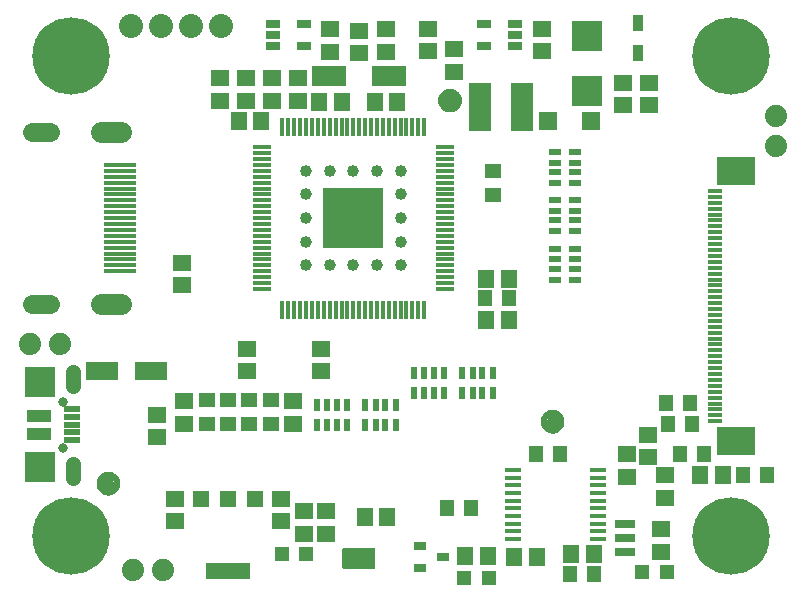
<source format=gbr>
G04 EAGLE Gerber RS-274X export*
G75*
%MOMM*%
%FSLAX34Y34*%
%LPD*%
%INSoldermask Top*%
%IPPOS*%
%AMOC8*
5,1,8,0,0,1.08239X$1,22.5*%
G01*
%ADD10C,1.751600*%
%ADD11C,1.601600*%
%ADD12R,2.701600X0.351600*%
%ADD13R,0.371600X1.601600*%
%ADD14R,1.601600X0.371600*%
%ADD15R,5.200000X5.200000*%
%ADD16C,1.009600*%
%ADD17R,1.601600X1.401600*%
%ADD18R,1.401600X1.301600*%
%ADD19R,1.301600X1.401600*%
%ADD20R,1.401600X1.601600*%
%ADD21C,6.553200*%
%ADD22C,1.101600*%
%ADD23C,0.500000*%
%ADD24C,1.879600*%
%ADD25R,1.301600X0.651600*%
%ADD26R,1.401600X1.401600*%
%ADD27R,3.701600X1.401600*%
%ADD28C,0.801600*%
%ADD29R,2.601600X2.601600*%
%ADD30C,1.309600*%
%ADD31R,2.101600X1.101600*%
%ADD32R,1.450000X0.500000*%
%ADD33C,2.032000*%
%ADD34R,1.371600X0.406400*%
%ADD35R,1.801600X0.801600*%
%ADD36R,1.150000X0.300000*%
%ADD37R,3.201600X2.401600*%
%ADD38R,1.001600X0.551600*%
%ADD39R,0.551600X1.001600*%
%ADD40R,1.301600X1.301600*%
%ADD41R,1.901600X4.101600*%
%ADD42R,1.501600X1.501600*%
%ADD43R,2.641600X2.641600*%
%ADD44R,2.921000X1.651000*%
%ADD45R,1.117600X0.736600*%
%ADD46R,1.270000X1.701800*%
%ADD47R,0.736600X0.304800*%
%ADD48R,0.901600X1.451600*%
%ADD49R,2.701600X1.501600*%

G36*
X307458Y22876D02*
X307458Y22876D01*
X307577Y22883D01*
X307615Y22896D01*
X307656Y22901D01*
X307766Y22944D01*
X307879Y22981D01*
X307914Y23003D01*
X307951Y23018D01*
X308047Y23088D01*
X308148Y23151D01*
X308176Y23181D01*
X308209Y23204D01*
X308285Y23296D01*
X308366Y23383D01*
X308386Y23418D01*
X308411Y23449D01*
X308462Y23557D01*
X308520Y23661D01*
X308530Y23701D01*
X308547Y23737D01*
X308569Y23854D01*
X308599Y23969D01*
X308603Y24030D01*
X308607Y24050D01*
X308605Y24070D01*
X308609Y24130D01*
X308609Y39370D01*
X308594Y39488D01*
X308587Y39607D01*
X308574Y39645D01*
X308569Y39686D01*
X308526Y39796D01*
X308489Y39909D01*
X308467Y39944D01*
X308452Y39981D01*
X308383Y40077D01*
X308319Y40178D01*
X308289Y40206D01*
X308266Y40239D01*
X308174Y40315D01*
X308087Y40396D01*
X308052Y40416D01*
X308021Y40441D01*
X307913Y40492D01*
X307809Y40550D01*
X307769Y40560D01*
X307733Y40577D01*
X307616Y40599D01*
X307501Y40629D01*
X307441Y40633D01*
X307421Y40637D01*
X307400Y40635D01*
X307340Y40639D01*
X281940Y40639D01*
X281822Y40624D01*
X281703Y40617D01*
X281665Y40604D01*
X281624Y40599D01*
X281514Y40556D01*
X281401Y40519D01*
X281366Y40497D01*
X281329Y40482D01*
X281233Y40413D01*
X281132Y40349D01*
X281104Y40319D01*
X281071Y40296D01*
X280996Y40204D01*
X280914Y40117D01*
X280894Y40082D01*
X280869Y40051D01*
X280818Y39943D01*
X280760Y39839D01*
X280750Y39799D01*
X280733Y39763D01*
X280711Y39646D01*
X280681Y39531D01*
X280677Y39471D01*
X280673Y39451D01*
X280674Y39444D01*
X280673Y39442D01*
X280674Y39426D01*
X280671Y39370D01*
X280671Y24130D01*
X280686Y24012D01*
X280693Y23893D01*
X280706Y23855D01*
X280711Y23814D01*
X280754Y23704D01*
X280791Y23591D01*
X280813Y23556D01*
X280828Y23519D01*
X280898Y23423D01*
X280961Y23322D01*
X280991Y23294D01*
X281014Y23261D01*
X281106Y23186D01*
X281193Y23104D01*
X281228Y23084D01*
X281259Y23059D01*
X281367Y23008D01*
X281471Y22950D01*
X281511Y22940D01*
X281547Y22923D01*
X281664Y22901D01*
X281779Y22871D01*
X281840Y22867D01*
X281860Y22863D01*
X281880Y22865D01*
X281940Y22861D01*
X307340Y22861D01*
X307458Y22876D01*
G37*
D10*
X76650Y392500D02*
X93150Y392500D01*
X93150Y247500D02*
X76650Y247500D01*
D11*
X32800Y247500D02*
X17800Y247500D01*
X17800Y392500D02*
X32800Y392500D01*
D12*
X92500Y275000D03*
X92500Y280000D03*
X92500Y285000D03*
X92500Y290000D03*
X92500Y295000D03*
X92500Y300000D03*
X92500Y305000D03*
X92500Y310000D03*
X92500Y315000D03*
X92500Y320000D03*
X92500Y325000D03*
X92500Y330000D03*
X92500Y335000D03*
X92500Y340000D03*
X92500Y345000D03*
X92500Y350000D03*
X92500Y355000D03*
X92500Y360000D03*
X92500Y365000D03*
D13*
X230000Y397500D03*
X235000Y397500D03*
X240000Y397500D03*
X245000Y397500D03*
X250000Y397500D03*
X255000Y397500D03*
X260000Y397500D03*
X265000Y397500D03*
X270000Y397500D03*
X275000Y397500D03*
X280000Y397500D03*
X285000Y397500D03*
X290000Y397500D03*
X295000Y397500D03*
X300000Y397500D03*
X305000Y397500D03*
X310000Y397500D03*
X315000Y397500D03*
X320000Y397500D03*
X325000Y397500D03*
X330000Y397500D03*
X335000Y397500D03*
X340000Y397500D03*
X345000Y397500D03*
X350000Y397500D03*
X230000Y242500D03*
X235000Y242500D03*
X240000Y242500D03*
X245000Y242500D03*
X250000Y242500D03*
X255000Y242500D03*
X260000Y242500D03*
X265000Y242500D03*
X270000Y242500D03*
X275000Y242500D03*
X280000Y242500D03*
X285000Y242500D03*
X290000Y242500D03*
X295000Y242500D03*
X300000Y242500D03*
X305000Y242500D03*
X310000Y242500D03*
X315000Y242500D03*
X320000Y242500D03*
X325000Y242500D03*
X330000Y242500D03*
X335000Y242500D03*
X340000Y242500D03*
X345000Y242500D03*
X350000Y242500D03*
D14*
X367500Y260000D03*
X367500Y265000D03*
X367500Y270000D03*
X367500Y275000D03*
X367500Y280000D03*
X367500Y285000D03*
X367500Y290000D03*
X367500Y295000D03*
X367500Y300000D03*
X367500Y305000D03*
X367500Y310000D03*
X367500Y315000D03*
X367500Y320000D03*
X367500Y325000D03*
X367500Y330000D03*
X367500Y335000D03*
X367500Y340000D03*
X367500Y345000D03*
X367500Y350000D03*
X367500Y355000D03*
X367500Y360000D03*
X367500Y365000D03*
X367500Y370000D03*
X367500Y375000D03*
X367500Y380000D03*
X212500Y380000D03*
X212500Y375000D03*
X212500Y370000D03*
X212500Y365000D03*
X212500Y360000D03*
X212500Y355000D03*
X212500Y350000D03*
X212500Y345000D03*
X212500Y340000D03*
X212500Y335000D03*
X212500Y330000D03*
X212500Y325000D03*
X212500Y320000D03*
X212500Y315000D03*
X212500Y310000D03*
X212500Y305000D03*
X212500Y300000D03*
X212500Y295000D03*
X212500Y290000D03*
X212500Y285000D03*
X212500Y280000D03*
X212500Y275000D03*
X212500Y270000D03*
X212500Y265000D03*
X212500Y260000D03*
D15*
X290000Y320000D03*
D16*
X250000Y360000D03*
X270000Y360000D03*
X290000Y360000D03*
X310000Y360000D03*
X330000Y360000D03*
X330000Y340000D03*
X330000Y320000D03*
X330000Y300000D03*
X330000Y280000D03*
X310000Y280000D03*
X290000Y280000D03*
X270000Y280000D03*
X250000Y280000D03*
X250000Y300000D03*
X250000Y320000D03*
X250000Y340000D03*
D17*
X177000Y438500D03*
X177000Y419500D03*
D18*
X202000Y145340D03*
X202000Y165660D03*
D19*
X422160Y252000D03*
X401840Y252000D03*
D18*
X166000Y145340D03*
X166000Y165660D03*
X184000Y145340D03*
X184000Y165660D03*
D17*
X263000Y209500D03*
X263000Y190500D03*
D20*
X280000Y418000D03*
X261000Y418000D03*
X402500Y268730D03*
X421500Y268730D03*
D18*
X408000Y339840D03*
X408000Y360160D03*
D20*
X327000Y418000D03*
X308000Y418000D03*
X193000Y402500D03*
X212000Y402500D03*
D17*
X147000Y165000D03*
X147000Y146000D03*
X200000Y209540D03*
X200000Y190540D03*
X239000Y146000D03*
X239000Y165000D03*
D18*
X220000Y145340D03*
X220000Y165660D03*
D21*
X50800Y457200D03*
X609600Y457200D03*
X609600Y50800D03*
X50800Y50800D03*
D22*
X371890Y419460D03*
D23*
X371890Y426960D02*
X371709Y426958D01*
X371528Y426951D01*
X371347Y426940D01*
X371166Y426925D01*
X370986Y426905D01*
X370806Y426881D01*
X370627Y426853D01*
X370449Y426820D01*
X370272Y426783D01*
X370095Y426742D01*
X369920Y426697D01*
X369745Y426647D01*
X369572Y426593D01*
X369401Y426535D01*
X369230Y426473D01*
X369062Y426406D01*
X368895Y426336D01*
X368729Y426262D01*
X368566Y426183D01*
X368405Y426101D01*
X368245Y426015D01*
X368088Y425925D01*
X367933Y425831D01*
X367780Y425734D01*
X367630Y425632D01*
X367482Y425528D01*
X367336Y425419D01*
X367194Y425308D01*
X367054Y425192D01*
X366917Y425074D01*
X366782Y424952D01*
X366651Y424827D01*
X366523Y424699D01*
X366398Y424568D01*
X366276Y424433D01*
X366158Y424296D01*
X366042Y424156D01*
X365931Y424014D01*
X365822Y423868D01*
X365718Y423720D01*
X365616Y423570D01*
X365519Y423417D01*
X365425Y423262D01*
X365335Y423105D01*
X365249Y422945D01*
X365167Y422784D01*
X365088Y422621D01*
X365014Y422455D01*
X364944Y422288D01*
X364877Y422120D01*
X364815Y421949D01*
X364757Y421778D01*
X364703Y421605D01*
X364653Y421430D01*
X364608Y421255D01*
X364567Y421078D01*
X364530Y420901D01*
X364497Y420723D01*
X364469Y420544D01*
X364445Y420364D01*
X364425Y420184D01*
X364410Y420003D01*
X364399Y419822D01*
X364392Y419641D01*
X364390Y419460D01*
X371890Y426960D02*
X372071Y426958D01*
X372252Y426951D01*
X372433Y426940D01*
X372614Y426925D01*
X372794Y426905D01*
X372974Y426881D01*
X373153Y426853D01*
X373331Y426820D01*
X373508Y426783D01*
X373685Y426742D01*
X373860Y426697D01*
X374035Y426647D01*
X374208Y426593D01*
X374379Y426535D01*
X374550Y426473D01*
X374718Y426406D01*
X374885Y426336D01*
X375051Y426262D01*
X375214Y426183D01*
X375375Y426101D01*
X375535Y426015D01*
X375692Y425925D01*
X375847Y425831D01*
X376000Y425734D01*
X376150Y425632D01*
X376298Y425528D01*
X376444Y425419D01*
X376586Y425308D01*
X376726Y425192D01*
X376863Y425074D01*
X376998Y424952D01*
X377129Y424827D01*
X377257Y424699D01*
X377382Y424568D01*
X377504Y424433D01*
X377622Y424296D01*
X377738Y424156D01*
X377849Y424014D01*
X377958Y423868D01*
X378062Y423720D01*
X378164Y423570D01*
X378261Y423417D01*
X378355Y423262D01*
X378445Y423105D01*
X378531Y422945D01*
X378613Y422784D01*
X378692Y422621D01*
X378766Y422455D01*
X378836Y422288D01*
X378903Y422120D01*
X378965Y421949D01*
X379023Y421778D01*
X379077Y421605D01*
X379127Y421430D01*
X379172Y421255D01*
X379213Y421078D01*
X379250Y420901D01*
X379283Y420723D01*
X379311Y420544D01*
X379335Y420364D01*
X379355Y420184D01*
X379370Y420003D01*
X379381Y419822D01*
X379388Y419641D01*
X379390Y419460D01*
X379388Y419279D01*
X379381Y419098D01*
X379370Y418917D01*
X379355Y418736D01*
X379335Y418556D01*
X379311Y418376D01*
X379283Y418197D01*
X379250Y418019D01*
X379213Y417842D01*
X379172Y417665D01*
X379127Y417490D01*
X379077Y417315D01*
X379023Y417142D01*
X378965Y416971D01*
X378903Y416800D01*
X378836Y416632D01*
X378766Y416465D01*
X378692Y416299D01*
X378613Y416136D01*
X378531Y415975D01*
X378445Y415815D01*
X378355Y415658D01*
X378261Y415503D01*
X378164Y415350D01*
X378062Y415200D01*
X377958Y415052D01*
X377849Y414906D01*
X377738Y414764D01*
X377622Y414624D01*
X377504Y414487D01*
X377382Y414352D01*
X377257Y414221D01*
X377129Y414093D01*
X376998Y413968D01*
X376863Y413846D01*
X376726Y413728D01*
X376586Y413612D01*
X376444Y413501D01*
X376298Y413392D01*
X376150Y413288D01*
X376000Y413186D01*
X375847Y413089D01*
X375692Y412995D01*
X375535Y412905D01*
X375375Y412819D01*
X375214Y412737D01*
X375051Y412658D01*
X374885Y412584D01*
X374718Y412514D01*
X374550Y412447D01*
X374379Y412385D01*
X374208Y412327D01*
X374035Y412273D01*
X373860Y412223D01*
X373685Y412178D01*
X373508Y412137D01*
X373331Y412100D01*
X373153Y412067D01*
X372974Y412039D01*
X372794Y412015D01*
X372614Y411995D01*
X372433Y411980D01*
X372252Y411969D01*
X372071Y411962D01*
X371890Y411960D01*
X371709Y411962D01*
X371528Y411969D01*
X371347Y411980D01*
X371166Y411995D01*
X370986Y412015D01*
X370806Y412039D01*
X370627Y412067D01*
X370449Y412100D01*
X370272Y412137D01*
X370095Y412178D01*
X369920Y412223D01*
X369745Y412273D01*
X369572Y412327D01*
X369401Y412385D01*
X369230Y412447D01*
X369062Y412514D01*
X368895Y412584D01*
X368729Y412658D01*
X368566Y412737D01*
X368405Y412819D01*
X368245Y412905D01*
X368088Y412995D01*
X367933Y413089D01*
X367780Y413186D01*
X367630Y413288D01*
X367482Y413392D01*
X367336Y413501D01*
X367194Y413612D01*
X367054Y413728D01*
X366917Y413846D01*
X366782Y413968D01*
X366651Y414093D01*
X366523Y414221D01*
X366398Y414352D01*
X366276Y414487D01*
X366158Y414624D01*
X366042Y414764D01*
X365931Y414906D01*
X365822Y415052D01*
X365718Y415200D01*
X365616Y415350D01*
X365519Y415503D01*
X365425Y415658D01*
X365335Y415815D01*
X365249Y415975D01*
X365167Y416136D01*
X365088Y416299D01*
X365014Y416465D01*
X364944Y416632D01*
X364877Y416800D01*
X364815Y416971D01*
X364757Y417142D01*
X364703Y417315D01*
X364653Y417490D01*
X364608Y417665D01*
X364567Y417842D01*
X364530Y418019D01*
X364497Y418197D01*
X364469Y418376D01*
X364445Y418556D01*
X364425Y418736D01*
X364410Y418917D01*
X364399Y419098D01*
X364392Y419279D01*
X364390Y419460D01*
D22*
X82620Y95130D03*
D23*
X82620Y102630D02*
X82439Y102628D01*
X82258Y102621D01*
X82077Y102610D01*
X81896Y102595D01*
X81716Y102575D01*
X81536Y102551D01*
X81357Y102523D01*
X81179Y102490D01*
X81002Y102453D01*
X80825Y102412D01*
X80650Y102367D01*
X80475Y102317D01*
X80302Y102263D01*
X80131Y102205D01*
X79960Y102143D01*
X79792Y102076D01*
X79625Y102006D01*
X79459Y101932D01*
X79296Y101853D01*
X79135Y101771D01*
X78975Y101685D01*
X78818Y101595D01*
X78663Y101501D01*
X78510Y101404D01*
X78360Y101302D01*
X78212Y101198D01*
X78066Y101089D01*
X77924Y100978D01*
X77784Y100862D01*
X77647Y100744D01*
X77512Y100622D01*
X77381Y100497D01*
X77253Y100369D01*
X77128Y100238D01*
X77006Y100103D01*
X76888Y99966D01*
X76772Y99826D01*
X76661Y99684D01*
X76552Y99538D01*
X76448Y99390D01*
X76346Y99240D01*
X76249Y99087D01*
X76155Y98932D01*
X76065Y98775D01*
X75979Y98615D01*
X75897Y98454D01*
X75818Y98291D01*
X75744Y98125D01*
X75674Y97958D01*
X75607Y97790D01*
X75545Y97619D01*
X75487Y97448D01*
X75433Y97275D01*
X75383Y97100D01*
X75338Y96925D01*
X75297Y96748D01*
X75260Y96571D01*
X75227Y96393D01*
X75199Y96214D01*
X75175Y96034D01*
X75155Y95854D01*
X75140Y95673D01*
X75129Y95492D01*
X75122Y95311D01*
X75120Y95130D01*
X82620Y102630D02*
X82801Y102628D01*
X82982Y102621D01*
X83163Y102610D01*
X83344Y102595D01*
X83524Y102575D01*
X83704Y102551D01*
X83883Y102523D01*
X84061Y102490D01*
X84238Y102453D01*
X84415Y102412D01*
X84590Y102367D01*
X84765Y102317D01*
X84938Y102263D01*
X85109Y102205D01*
X85280Y102143D01*
X85448Y102076D01*
X85615Y102006D01*
X85781Y101932D01*
X85944Y101853D01*
X86105Y101771D01*
X86265Y101685D01*
X86422Y101595D01*
X86577Y101501D01*
X86730Y101404D01*
X86880Y101302D01*
X87028Y101198D01*
X87174Y101089D01*
X87316Y100978D01*
X87456Y100862D01*
X87593Y100744D01*
X87728Y100622D01*
X87859Y100497D01*
X87987Y100369D01*
X88112Y100238D01*
X88234Y100103D01*
X88352Y99966D01*
X88468Y99826D01*
X88579Y99684D01*
X88688Y99538D01*
X88792Y99390D01*
X88894Y99240D01*
X88991Y99087D01*
X89085Y98932D01*
X89175Y98775D01*
X89261Y98615D01*
X89343Y98454D01*
X89422Y98291D01*
X89496Y98125D01*
X89566Y97958D01*
X89633Y97790D01*
X89695Y97619D01*
X89753Y97448D01*
X89807Y97275D01*
X89857Y97100D01*
X89902Y96925D01*
X89943Y96748D01*
X89980Y96571D01*
X90013Y96393D01*
X90041Y96214D01*
X90065Y96034D01*
X90085Y95854D01*
X90100Y95673D01*
X90111Y95492D01*
X90118Y95311D01*
X90120Y95130D01*
X90118Y94949D01*
X90111Y94768D01*
X90100Y94587D01*
X90085Y94406D01*
X90065Y94226D01*
X90041Y94046D01*
X90013Y93867D01*
X89980Y93689D01*
X89943Y93512D01*
X89902Y93335D01*
X89857Y93160D01*
X89807Y92985D01*
X89753Y92812D01*
X89695Y92641D01*
X89633Y92470D01*
X89566Y92302D01*
X89496Y92135D01*
X89422Y91969D01*
X89343Y91806D01*
X89261Y91645D01*
X89175Y91485D01*
X89085Y91328D01*
X88991Y91173D01*
X88894Y91020D01*
X88792Y90870D01*
X88688Y90722D01*
X88579Y90576D01*
X88468Y90434D01*
X88352Y90294D01*
X88234Y90157D01*
X88112Y90022D01*
X87987Y89891D01*
X87859Y89763D01*
X87728Y89638D01*
X87593Y89516D01*
X87456Y89398D01*
X87316Y89282D01*
X87174Y89171D01*
X87028Y89062D01*
X86880Y88958D01*
X86730Y88856D01*
X86577Y88759D01*
X86422Y88665D01*
X86265Y88575D01*
X86105Y88489D01*
X85944Y88407D01*
X85781Y88328D01*
X85615Y88254D01*
X85448Y88184D01*
X85280Y88117D01*
X85109Y88055D01*
X84938Y87997D01*
X84765Y87943D01*
X84590Y87893D01*
X84415Y87848D01*
X84238Y87807D01*
X84061Y87770D01*
X83883Y87737D01*
X83704Y87709D01*
X83524Y87685D01*
X83344Y87665D01*
X83163Y87650D01*
X82982Y87639D01*
X82801Y87632D01*
X82620Y87630D01*
X82439Y87632D01*
X82258Y87639D01*
X82077Y87650D01*
X81896Y87665D01*
X81716Y87685D01*
X81536Y87709D01*
X81357Y87737D01*
X81179Y87770D01*
X81002Y87807D01*
X80825Y87848D01*
X80650Y87893D01*
X80475Y87943D01*
X80302Y87997D01*
X80131Y88055D01*
X79960Y88117D01*
X79792Y88184D01*
X79625Y88254D01*
X79459Y88328D01*
X79296Y88407D01*
X79135Y88489D01*
X78975Y88575D01*
X78818Y88665D01*
X78663Y88759D01*
X78510Y88856D01*
X78360Y88958D01*
X78212Y89062D01*
X78066Y89171D01*
X77924Y89282D01*
X77784Y89398D01*
X77647Y89516D01*
X77512Y89638D01*
X77381Y89763D01*
X77253Y89891D01*
X77128Y90022D01*
X77006Y90157D01*
X76888Y90294D01*
X76772Y90434D01*
X76661Y90576D01*
X76552Y90722D01*
X76448Y90870D01*
X76346Y91020D01*
X76249Y91173D01*
X76155Y91328D01*
X76065Y91485D01*
X75979Y91645D01*
X75897Y91806D01*
X75818Y91969D01*
X75744Y92135D01*
X75674Y92302D01*
X75607Y92470D01*
X75545Y92641D01*
X75487Y92812D01*
X75433Y92985D01*
X75383Y93160D01*
X75338Y93335D01*
X75297Y93512D01*
X75260Y93689D01*
X75227Y93867D01*
X75199Y94046D01*
X75175Y94226D01*
X75155Y94406D01*
X75140Y94587D01*
X75129Y94768D01*
X75122Y94949D01*
X75120Y95130D01*
D22*
X458750Y147610D03*
D23*
X458750Y155110D02*
X458569Y155108D01*
X458388Y155101D01*
X458207Y155090D01*
X458026Y155075D01*
X457846Y155055D01*
X457666Y155031D01*
X457487Y155003D01*
X457309Y154970D01*
X457132Y154933D01*
X456955Y154892D01*
X456780Y154847D01*
X456605Y154797D01*
X456432Y154743D01*
X456261Y154685D01*
X456090Y154623D01*
X455922Y154556D01*
X455755Y154486D01*
X455589Y154412D01*
X455426Y154333D01*
X455265Y154251D01*
X455105Y154165D01*
X454948Y154075D01*
X454793Y153981D01*
X454640Y153884D01*
X454490Y153782D01*
X454342Y153678D01*
X454196Y153569D01*
X454054Y153458D01*
X453914Y153342D01*
X453777Y153224D01*
X453642Y153102D01*
X453511Y152977D01*
X453383Y152849D01*
X453258Y152718D01*
X453136Y152583D01*
X453018Y152446D01*
X452902Y152306D01*
X452791Y152164D01*
X452682Y152018D01*
X452578Y151870D01*
X452476Y151720D01*
X452379Y151567D01*
X452285Y151412D01*
X452195Y151255D01*
X452109Y151095D01*
X452027Y150934D01*
X451948Y150771D01*
X451874Y150605D01*
X451804Y150438D01*
X451737Y150270D01*
X451675Y150099D01*
X451617Y149928D01*
X451563Y149755D01*
X451513Y149580D01*
X451468Y149405D01*
X451427Y149228D01*
X451390Y149051D01*
X451357Y148873D01*
X451329Y148694D01*
X451305Y148514D01*
X451285Y148334D01*
X451270Y148153D01*
X451259Y147972D01*
X451252Y147791D01*
X451250Y147610D01*
X458750Y155110D02*
X458931Y155108D01*
X459112Y155101D01*
X459293Y155090D01*
X459474Y155075D01*
X459654Y155055D01*
X459834Y155031D01*
X460013Y155003D01*
X460191Y154970D01*
X460368Y154933D01*
X460545Y154892D01*
X460720Y154847D01*
X460895Y154797D01*
X461068Y154743D01*
X461239Y154685D01*
X461410Y154623D01*
X461578Y154556D01*
X461745Y154486D01*
X461911Y154412D01*
X462074Y154333D01*
X462235Y154251D01*
X462395Y154165D01*
X462552Y154075D01*
X462707Y153981D01*
X462860Y153884D01*
X463010Y153782D01*
X463158Y153678D01*
X463304Y153569D01*
X463446Y153458D01*
X463586Y153342D01*
X463723Y153224D01*
X463858Y153102D01*
X463989Y152977D01*
X464117Y152849D01*
X464242Y152718D01*
X464364Y152583D01*
X464482Y152446D01*
X464598Y152306D01*
X464709Y152164D01*
X464818Y152018D01*
X464922Y151870D01*
X465024Y151720D01*
X465121Y151567D01*
X465215Y151412D01*
X465305Y151255D01*
X465391Y151095D01*
X465473Y150934D01*
X465552Y150771D01*
X465626Y150605D01*
X465696Y150438D01*
X465763Y150270D01*
X465825Y150099D01*
X465883Y149928D01*
X465937Y149755D01*
X465987Y149580D01*
X466032Y149405D01*
X466073Y149228D01*
X466110Y149051D01*
X466143Y148873D01*
X466171Y148694D01*
X466195Y148514D01*
X466215Y148334D01*
X466230Y148153D01*
X466241Y147972D01*
X466248Y147791D01*
X466250Y147610D01*
X466248Y147429D01*
X466241Y147248D01*
X466230Y147067D01*
X466215Y146886D01*
X466195Y146706D01*
X466171Y146526D01*
X466143Y146347D01*
X466110Y146169D01*
X466073Y145992D01*
X466032Y145815D01*
X465987Y145640D01*
X465937Y145465D01*
X465883Y145292D01*
X465825Y145121D01*
X465763Y144950D01*
X465696Y144782D01*
X465626Y144615D01*
X465552Y144449D01*
X465473Y144286D01*
X465391Y144125D01*
X465305Y143965D01*
X465215Y143808D01*
X465121Y143653D01*
X465024Y143500D01*
X464922Y143350D01*
X464818Y143202D01*
X464709Y143056D01*
X464598Y142914D01*
X464482Y142774D01*
X464364Y142637D01*
X464242Y142502D01*
X464117Y142371D01*
X463989Y142243D01*
X463858Y142118D01*
X463723Y141996D01*
X463586Y141878D01*
X463446Y141762D01*
X463304Y141651D01*
X463158Y141542D01*
X463010Y141438D01*
X462860Y141336D01*
X462707Y141239D01*
X462552Y141145D01*
X462395Y141055D01*
X462235Y140969D01*
X462074Y140887D01*
X461911Y140808D01*
X461745Y140734D01*
X461578Y140664D01*
X461410Y140597D01*
X461239Y140535D01*
X461068Y140477D01*
X460895Y140423D01*
X460720Y140373D01*
X460545Y140328D01*
X460368Y140287D01*
X460191Y140250D01*
X460013Y140217D01*
X459834Y140189D01*
X459654Y140165D01*
X459474Y140145D01*
X459293Y140130D01*
X459112Y140119D01*
X458931Y140112D01*
X458750Y140110D01*
X458569Y140112D01*
X458388Y140119D01*
X458207Y140130D01*
X458026Y140145D01*
X457846Y140165D01*
X457666Y140189D01*
X457487Y140217D01*
X457309Y140250D01*
X457132Y140287D01*
X456955Y140328D01*
X456780Y140373D01*
X456605Y140423D01*
X456432Y140477D01*
X456261Y140535D01*
X456090Y140597D01*
X455922Y140664D01*
X455755Y140734D01*
X455589Y140808D01*
X455426Y140887D01*
X455265Y140969D01*
X455105Y141055D01*
X454948Y141145D01*
X454793Y141239D01*
X454640Y141336D01*
X454490Y141438D01*
X454342Y141542D01*
X454196Y141651D01*
X454054Y141762D01*
X453914Y141878D01*
X453777Y141996D01*
X453642Y142118D01*
X453511Y142243D01*
X453383Y142371D01*
X453258Y142502D01*
X453136Y142637D01*
X453018Y142774D01*
X452902Y142914D01*
X452791Y143056D01*
X452682Y143202D01*
X452578Y143350D01*
X452476Y143500D01*
X452379Y143653D01*
X452285Y143808D01*
X452195Y143965D01*
X452109Y144125D01*
X452027Y144286D01*
X451948Y144449D01*
X451874Y144615D01*
X451804Y144782D01*
X451737Y144950D01*
X451675Y145121D01*
X451617Y145292D01*
X451563Y145465D01*
X451513Y145640D01*
X451468Y145815D01*
X451427Y145992D01*
X451390Y146169D01*
X451357Y146347D01*
X451329Y146526D01*
X451305Y146706D01*
X451285Y146886D01*
X451270Y147067D01*
X451259Y147248D01*
X451252Y147429D01*
X451250Y147610D01*
D17*
X145000Y282000D03*
X145000Y263000D03*
D24*
X128700Y22000D03*
X103300Y22000D03*
D25*
X221999Y484500D03*
X221999Y475000D03*
X221999Y465500D03*
X248001Y465500D03*
X248001Y484500D03*
D17*
X199000Y438500D03*
X199000Y419500D03*
X221000Y438500D03*
X221000Y419500D03*
D26*
X207000Y82500D03*
X184000Y82500D03*
X161000Y82500D03*
D27*
X184000Y21500D03*
D28*
X43850Y164500D03*
X43850Y125500D03*
D29*
X24850Y109000D03*
X24850Y181000D03*
D30*
X52850Y178000D02*
X52850Y190080D01*
X52850Y112000D02*
X52850Y99920D01*
D31*
X23850Y152500D03*
X23850Y137500D03*
D32*
X51600Y158000D03*
X51600Y151500D03*
X51600Y145000D03*
X51600Y138500D03*
X51600Y132000D03*
D17*
X124190Y153570D03*
X124190Y134570D03*
X139000Y63500D03*
X139000Y82500D03*
X229000Y63500D03*
X229000Y82500D03*
D20*
X421500Y234000D03*
X402500Y234000D03*
D33*
X101600Y482600D03*
X127000Y482600D03*
X152400Y482600D03*
X177800Y482600D03*
D34*
X497188Y48220D03*
X497188Y54720D03*
X497188Y61220D03*
X497188Y67720D03*
X497188Y74220D03*
X497188Y80720D03*
X497188Y87220D03*
X497188Y93720D03*
X497188Y100220D03*
X497188Y106720D03*
X424832Y106720D03*
X424832Y100220D03*
X424832Y93720D03*
X424832Y87220D03*
X424832Y80720D03*
X424832Y74220D03*
X424832Y67720D03*
X424832Y61220D03*
X424832Y54720D03*
X424832Y48220D03*
D35*
X519860Y37160D03*
X519860Y49160D03*
X519860Y61160D03*
D20*
X474370Y35560D03*
X493370Y35560D03*
X426110Y33020D03*
X445110Y33020D03*
D36*
X596600Y148000D03*
X596600Y153000D03*
X596600Y158000D03*
X596600Y163000D03*
X596600Y168000D03*
X596600Y173000D03*
X596600Y178000D03*
X596600Y183000D03*
X596600Y188000D03*
X596600Y193000D03*
X596600Y198000D03*
X596600Y203000D03*
X596600Y208000D03*
X596600Y213000D03*
X596600Y218000D03*
X596600Y223000D03*
X596600Y228000D03*
X596600Y233000D03*
X596600Y238000D03*
X596600Y243000D03*
X596600Y248000D03*
X596600Y253000D03*
X596600Y258000D03*
X596600Y263000D03*
X596600Y268000D03*
X596600Y273000D03*
X596600Y278000D03*
X596600Y283000D03*
X596600Y288000D03*
X596600Y293000D03*
X596600Y298000D03*
X596600Y303000D03*
X596600Y308000D03*
X596600Y313000D03*
X596600Y318000D03*
X596600Y323000D03*
X596600Y328000D03*
X596600Y333000D03*
X596600Y338000D03*
X596600Y343000D03*
D37*
X613600Y131500D03*
X613600Y359500D03*
D38*
X478000Y294000D03*
X461000Y294000D03*
X478000Y285000D03*
X478000Y277000D03*
X478000Y268000D03*
X461000Y268000D03*
X461000Y285000D03*
X461000Y277000D03*
X478000Y335000D03*
X461000Y335000D03*
X478000Y326000D03*
X478000Y318000D03*
X478000Y309000D03*
X461000Y309000D03*
X461000Y326000D03*
X461000Y318000D03*
D39*
X367000Y172000D03*
X367000Y189000D03*
X358000Y172000D03*
X350000Y172000D03*
X341000Y172000D03*
X341000Y189000D03*
X358000Y189000D03*
X350000Y189000D03*
X408000Y172000D03*
X408000Y189000D03*
X399000Y172000D03*
X391000Y172000D03*
X382000Y172000D03*
X382000Y189000D03*
X399000Y189000D03*
X391000Y189000D03*
X285000Y144500D03*
X285000Y161500D03*
X276000Y144500D03*
X268000Y144500D03*
X259000Y144500D03*
X259000Y161500D03*
X276000Y161500D03*
X268000Y161500D03*
X326000Y144500D03*
X326000Y161500D03*
X317000Y144500D03*
X309000Y144500D03*
X300000Y144500D03*
X300000Y161500D03*
X317000Y161500D03*
X309000Y161500D03*
D38*
X478000Y376000D03*
X461000Y376000D03*
X478000Y367000D03*
X478000Y359000D03*
X478000Y350000D03*
X461000Y350000D03*
X461000Y367000D03*
X461000Y359000D03*
D19*
X464570Y120650D03*
X444250Y120650D03*
D17*
X550230Y37400D03*
X550230Y56400D03*
D40*
X555330Y20350D03*
X534330Y20350D03*
D25*
X427001Y465500D03*
X427001Y475000D03*
X427001Y484500D03*
X400999Y484500D03*
X400999Y465500D03*
D41*
X397000Y414000D03*
X433000Y414000D03*
D42*
X491500Y402000D03*
X454500Y402000D03*
D17*
X375230Y462770D03*
X375230Y443770D03*
X540000Y415500D03*
X540000Y434500D03*
X518000Y415500D03*
X518000Y434500D03*
X450000Y480500D03*
X450000Y461500D03*
X317540Y479850D03*
X317540Y460850D03*
X295000Y478580D03*
X295000Y459580D03*
X269920Y479850D03*
X269920Y460850D03*
D43*
X488000Y427505D03*
X488000Y474495D03*
D17*
X353000Y461500D03*
X353000Y480500D03*
D24*
X647700Y406400D03*
X647700Y381000D03*
D44*
X320350Y440650D03*
X269550Y440180D03*
D17*
X243000Y438500D03*
X243000Y419500D03*
D40*
X250310Y35590D03*
X229310Y35590D03*
D17*
X248000Y52820D03*
X248000Y71820D03*
D40*
X404725Y15270D03*
X383725Y15270D03*
D20*
X403725Y34290D03*
X384725Y34290D03*
D45*
X366320Y33020D03*
X346320Y23520D03*
X346320Y42520D03*
D20*
X299930Y67290D03*
X318930Y67290D03*
D19*
X566420Y120650D03*
X586740Y120650D03*
X619760Y102870D03*
X640080Y102870D03*
D17*
X553720Y102210D03*
X553720Y83210D03*
D20*
X602590Y102870D03*
X583590Y102870D03*
D19*
X494030Y19050D03*
X473710Y19050D03*
X369570Y74930D03*
X389890Y74930D03*
D17*
X266700Y52730D03*
X266700Y71730D03*
D19*
X554990Y163830D03*
X575310Y163830D03*
X556260Y146050D03*
X576580Y146050D03*
D17*
X539750Y136500D03*
X539750Y117500D03*
X521970Y119990D03*
X521970Y100990D03*
D46*
X287020Y31750D03*
X302260Y31750D03*
D47*
X294640Y31750D03*
D48*
X530860Y459740D03*
X530860Y485140D03*
D49*
X118290Y190500D03*
X77290Y190500D03*
D24*
X16510Y213360D03*
X41910Y213360D03*
M02*

</source>
